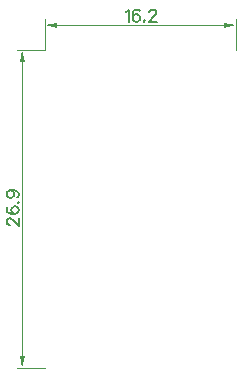
<source format=gbr>
G04 DipTrace 3.2.0.1*
G04 TopDimension.gbr*
%MOMM*%
G04 #@! TF.FileFunction,Drawing,Top*
G04 #@! TF.Part,Single*
%ADD13C,0.035*%
%ADD56C,0.15686*%
%FSLAX35Y35*%
G04*
G71*
G90*
G75*
G01*
G04 TopDimension*
%LPD*%
X1000000Y3690000D2*
D13*
X760000D1*
X1000000Y1000000D2*
X760000D1*
X810000Y2345000D2*
Y3590000D1*
G36*
Y3690000D2*
X830000Y3590000D1*
X790000D1*
X810000Y3690000D1*
G37*
Y2345000D2*
D13*
Y1100000D1*
G36*
Y1000000D2*
X790000Y1100000D1*
X830000D1*
X810000Y1000000D1*
G37*
X1000000Y3690000D2*
D13*
Y3950000D1*
X2620000Y3690000D2*
Y3950000D1*
X1810000Y3900000D2*
X1100000D1*
G36*
X1000000D2*
X1100000Y3920000D1*
Y3880000D1*
X1000000Y3900000D1*
G37*
X1810000D2*
D13*
X2520000D1*
G36*
X2620000D2*
X2520000Y3880000D1*
Y3920000D1*
X2620000Y3900000D1*
G37*
X701268Y2208638D2*
D56*
X696439D1*
X686668Y2213467D1*
X681839Y2218297D1*
X677009Y2228067D1*
Y2247497D1*
X681839Y2257155D1*
X686668Y2261984D1*
X696439Y2266926D1*
X706097D1*
X715868Y2261984D1*
X730355Y2252326D1*
X778985Y2203697D1*
Y2271755D1*
X691497Y2361415D2*
X681839Y2356586D1*
X677009Y2341986D1*
Y2332328D1*
X681839Y2317728D1*
X696439Y2307957D1*
X720697Y2303128D1*
X744955D1*
X764385Y2307957D1*
X774155Y2317728D1*
X778985Y2332328D1*
Y2337157D1*
X774155Y2351645D1*
X764385Y2361415D1*
X749785Y2366245D1*
X744955D1*
X730355Y2361415D1*
X720697Y2351645D1*
X715868Y2337157D1*
Y2332328D1*
X720697Y2317728D1*
X730355Y2307957D1*
X744955Y2303128D1*
X769214Y2402446D2*
X774155Y2397617D1*
X778985Y2402446D1*
X774155Y2407388D1*
X769214Y2402446D1*
X710926Y2501990D2*
X725526Y2497048D1*
X735297Y2487390D1*
X740126Y2472790D1*
Y2467960D1*
X735297Y2453360D1*
X725526Y2443702D1*
X710926Y2438760D1*
X706097D1*
X691497Y2443702D1*
X681839Y2453360D1*
X677009Y2467960D1*
Y2472790D1*
X681839Y2487390D1*
X691497Y2497048D1*
X710926Y2501990D1*
X735297D1*
X759555Y2497048D1*
X774155Y2487390D1*
X778985Y2472790D1*
Y2463131D1*
X774155Y2448531D1*
X764385Y2443702D1*
X1688126Y4013561D2*
X1697897Y4018503D1*
X1712497Y4032991D1*
Y3931015D1*
X1802157Y4018503D2*
X1797328Y4028161D1*
X1782728Y4032991D1*
X1773069D1*
X1758469Y4028161D1*
X1748698Y4013561D1*
X1743869Y3989303D1*
Y3965045D1*
X1748698Y3945615D1*
X1758469Y3935845D1*
X1773069Y3931015D1*
X1777898D1*
X1792386Y3935845D1*
X1802157Y3945615D1*
X1806986Y3960215D1*
Y3965045D1*
X1802157Y3979645D1*
X1792386Y3989303D1*
X1777898Y3994132D1*
X1773069D1*
X1758469Y3989303D1*
X1748698Y3979645D1*
X1743869Y3965045D1*
X1843188Y3940786D2*
X1838359Y3935845D1*
X1843188Y3931015D1*
X1848129Y3935845D1*
X1843188Y3940786D1*
X1884443Y4008732D2*
Y4013561D1*
X1889273Y4023332D1*
X1894102Y4028161D1*
X1903873Y4032991D1*
X1923302D1*
X1932960Y4028161D1*
X1937790Y4023332D1*
X1942731Y4013561D1*
Y4003903D1*
X1937790Y3994132D1*
X1928131Y3979645D1*
X1879502Y3931015D1*
X1947560D1*
M02*

</source>
